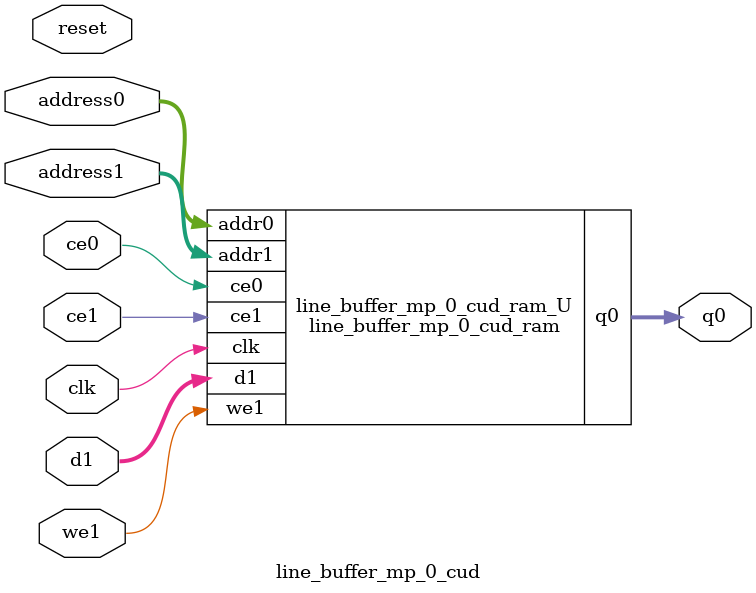
<source format=v>

`timescale 1 ns / 1 ps
module line_buffer_mp_0_cud_ram (addr0, ce0, q0, addr1, ce1, d1, we1,  clk);

parameter DWIDTH = 16;
parameter AWIDTH = 9;
parameter MEM_SIZE = 390;

input[AWIDTH-1:0] addr0;
input ce0;
output reg[DWIDTH-1:0] q0;
input[AWIDTH-1:0] addr1;
input ce1;
input[DWIDTH-1:0] d1;
input we1;
input clk;

(* ram_style = "block" *)reg [DWIDTH-1:0] ram[0:MEM_SIZE-1];




always @(posedge clk)  
begin 
    if (ce0) 
    begin
            q0 <= ram[addr0];
    end
end


always @(posedge clk)  
begin 
    if (ce1) 
    begin
        if (we1) 
        begin 
            ram[addr1] <= d1; 
        end 
    end
end


endmodule


`timescale 1 ns / 1 ps
module line_buffer_mp_0_cud(
    reset,
    clk,
    address0,
    ce0,
    q0,
    address1,
    ce1,
    we1,
    d1);

parameter DataWidth = 32'd16;
parameter AddressRange = 32'd390;
parameter AddressWidth = 32'd9;
input reset;
input clk;
input[AddressWidth - 1:0] address0;
input ce0;
output[DataWidth - 1:0] q0;
input[AddressWidth - 1:0] address1;
input ce1;
input we1;
input[DataWidth - 1:0] d1;



line_buffer_mp_0_cud_ram line_buffer_mp_0_cud_ram_U(
    .clk( clk ),
    .addr0( address0 ),
    .ce0( ce0 ),
    .q0( q0 ),
    .addr1( address1 ),
    .ce1( ce1 ),
    .d1( d1 ),
    .we1( we1 ));

endmodule


</source>
